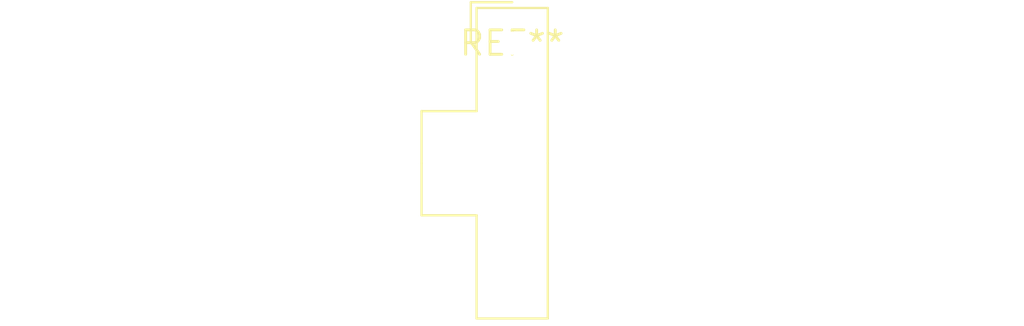
<source format=kicad_pcb>
(kicad_pcb (version 20240108) (generator pcbnew)
  (layers (0 "F.Cu" signal) (31 "B.Cu" signal) (34 "B.Paste" user) (35 "F.Paste" user) (36 "B.SilkS" user "B.Silkscreen") (37 "F.SilkS" user "F.Silkscreen") (38 "B.Mask" user) (39 "F.Mask" user) (44 "Edge.Cuts" user))
  (net 0 "")
  (footprint "Molex_Nano-Fit_105309-xx06_1x06_P2.50mm_Vertical" (layer "F.Cu") (at 0 0)
    (property "Reference" "REF**")
    (property "Value" "Molex_Nano-Fit_105309-xx06_1x06_P2.50mm_Vertical")
    (fp_line (start -4.71 3.54) (end -4.71 6.25) (layer "F.SilkS") (stroke (width 0.12)))
    (fp_line (start -4.71 8.96) (end -4.71 6.25) (layer "F.SilkS") (stroke (width 0.12)))
    (fp_line (start -2.15 -2.13) (end -2.15 0) (layer "F.SilkS") (stroke (width 0.12)))
    (fp_line (start -1.85 -1.83) (end -1.85 3.54) (layer "F.SilkS") (stroke (width 0.12)))
    (fp_line (start -1.85 3.54) (end -4.71 3.54) (layer "F.SilkS") (stroke (width 0.12)))
    (fp_line (start -1.85 8.96) (end -4.71 8.96) (layer "F.SilkS") (stroke (width 0.12)))
    (fp_line (start -1.85 14.33) (end -1.85 8.96) (layer "F.SilkS") (stroke (width 0.12)))
    (fp_line (start 0 -2.13) (end -2.15 -2.13) (layer "F.SilkS") (stroke (width 0.12)))
    (fp_line (start 1.85 -1.83) (end -1.85 -1.83) (layer "F.SilkS") (stroke (width 0.12)))
    (fp_line (start 1.85 6.25) (end 1.85 -1.83) (layer "F.SilkS") (stroke (width 0.12)))
    (fp_line (start 1.85 6.25) (end 1.85 14.33) (layer "F.SilkS") (stroke (width 0.12)))
    (fp_line (start 1.85 14.33) (end -1.85 14.33) (layer "F.SilkS") (stroke (width 0.12)))
    (pad "" np_thru_hole circle (at -1.34 6.25) (size 1.3 1.3) (drill 1.3) (layers *.Cu *.Mask))
    (pad "1" thru_hole roundrect (at 0 0) (size 2.2 1.7) (drill 1.2) (layers *.Cu *.Mask) (remove_unused_layers) (roundrect_rratio 0.147059))
    (pad "2" thru_hole oval (at 0 2.5) (size 2.2 1.7) (drill 1.2) (layers *.Cu *.Mask) (remove_unused_layers))
    (pad "3" thru_hole oval (at 0 5) (size 2.2 1.7) (drill 1.2) (layers *.Cu *.Mask) (remove_unused_layers))
    (pad "4" thru_hole oval (at 0 7.5) (size 2.2 1.7) (drill 1.2) (layers *.Cu *.Mask) (remove_unused_layers))
    (pad "5" thru_hole oval (at 0 10) (size 2.2 1.7) (drill 1.2) (layers *.Cu *.Mask) (remove_unused_layers))
    (pad "6" thru_hole oval (at 0 12.5) (size 2.2 1.7) (drill 1.2) (layers *.Cu *.Mask) (remove_unused_layers))
  )
)
</source>
